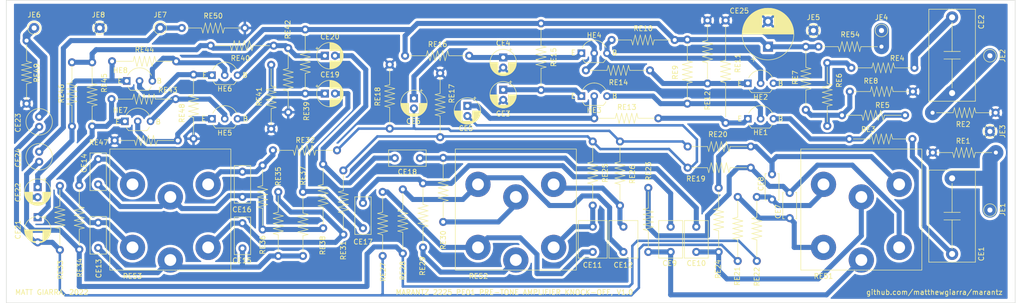
<source format=kicad_pcb>
(kicad_pcb (version 20211014) (generator pcbnew)
  (layers (0 "F.Cu" signal) (31 "B.Cu" signal) (34 "B.Paste" user) (35 "F.Paste" user) (36 "B.SilkS" user "B.Silkscreen") (37 "F.SilkS" user "F.Silkscreen") (38 "B.Mask" user) (39 "F.Mask" user) (44 "Edge.Cuts" user))
  (net 0 "")
  (net 1 "Net-(CE1-Pad1)")
  (net 2 "Net-(CE1-Pad2)")
  (net 3 "Net-(CE2-Pad1)")
  (net 4 "Net-(CE2-Pad2)")
  (net 5 "Net-(CE3-Pad1)")
  (net 6 "Net-(CE4-Pad1)")
  (net 7 "Net-(CE5-Pad1)")
  (net 8 "Net-(CE5-Pad2)")
  (net 9 "Net-(CE6-Pad1)")
  (net 10 "Net-(CE6-Pad2)")
  (net 11 "Net-(CE17-Pad1)")
  (net 12 "Net-(CE10-Pad2)")
  (net 13 "Net-(CE17-Pad2)")
  (net 14 "Net-(CE18-Pad2)")
  (net 15 "Net-(CE19-Pad1)")
  (net 16 "Net-(CE20-Pad1)")
  (net 17 "Net-(CE21-Pad1)")
  (net 18 "Net-(CE21-Pad2)")
  (net 19 "Net-(CE22-Pad1)")
  (net 20 "Net-(CE22-Pad2)")
  (net 21 "Net-(CE23-Pad2)")
  (net 22 "Net-(CE24-Pad2)")
  (net 23 "Net-(HE1-Pad1)")
  (net 24 "Net-(HE1-Pad2)")
  (net 25 "Net-(HE1-Pad3)")
  (net 26 "Net-(HE2-Pad1)")
  (net 27 "Net-(HE2-Pad2)")
  (net 28 "Net-(HE2-Pad3)")
  (net 29 "Net-(HE5-Pad1)")
  (net 30 "Net-(HE5-Pad2)")
  (net 31 "Net-(HE6-Pad1)")
  (net 32 "Net-(HE6-Pad2)")
  (net 33 "Net-(JE4-Pad1)")
  (net 34 "Net-(RE5-Pad1)")
  (net 35 "Ground")
  (net 36 "Net-(RE51-Pad3)")
  (net 37 "Net-(RE51-Pad1)")
  (net 38 "Net-(RE51-Pad4)")
  (net 39 "Net-(RE51-Pad6)")
  (net 40 "Net-(RE51-Pad2)")
  (net 41 "Net-(RE51-Pad5)")
  (net 42 "Net-(RE52-Pad3)")
  (net 43 "Net-(RE52-Pad1)")
  (net 44 "Net-(RE52-Pad4)")
  (net 45 "Net-(RE52-Pad6)")
  (net 46 "Net-(RE53-Pad2)")
  (net 47 "Net-(RE53-Pad1)")
  (net 48 "Net-(RE53-Pad5)")
  (net 49 "Net-(RE53-Pad6)")
  (net 50 "Net-(RE53-Pad3)")
  (net 51 "Net-(RE53-Pad4)")
  (net 52 "Net-(CE25-Pad1)")
  (net 53 "Net-(RE52-Pad2)")
  (net 54 "Net-(RE52-Pad5)")
  (footprint "Resistor_THT:R_US_Axial_DIN0309_L9.0mm_D3.2mm_P12.70mm_Horizontal" (layer "F.Cu") (at 82.6 49 90)
    (fp_text reference "RE29")
    (fp_text value "27k")
  )
  (footprint "Resistor_THT:R_US_Axial_DIN0309_L9.0mm_D3.2mm_P12.70mm_Horizontal" (layer "F.Cu") (at 59.25 18.5 90)
    (fp_text reference "RE39")
    (fp_text value "2.2M")
  )
  (footprint "Resistor_THT:R_US_Axial_DIN0309_L9.0mm_D3.2mm_P12.50mm_Horizontal" (layer "F.Cu") (at 120 7.874)
    (fp_text reference "RE10")
    (fp_text value "27k")
  )
  (footprint "Capacitor_THT:C_Disc_D5.0mm_W2.5mm_P5.00mm" (layer "F.Cu") (at 151.8 39.5 90)
    (fp_text reference "CE8")
    (fp_text value "100pF")
  )
  (footprint "Capacitor_THT:C_Rect_L7.2mm_W4.5mm_P5.00mm_FKS2_FKP2_MKS2_MKP2" (layer "F.Cu") (at 131.699999 49.9 90)
    (fp_text reference "CE9")
    (fp_text value "0.22 µF")
  )
  (footprint "Package_TO_SOT_THT:TO-92_Inline_Wide" (layer "F.Cu") (at 114 19)
    (fp_text reference "HE3")
    (fp_text value "2SA1015")
  )
  (footprint "Capacitor_THT:CP_Radial_D5.0mm_P2.00mm" (layer "F.Cu") (at 63.144888 18.5)
    (fp_text reference "CE19")
    (fp_text value "1µF")
  )
  (footprint "Package_TO_SOT_THT:TO-92_Inline_Wide" (layer "F.Cu") (at 114 10.5)
    (fp_text reference "HE4")
    (fp_text value "2SA1015")
  )
  (footprint "Potentiometer_THT:Potentiometer_Marantz_RM0104005" (layer "F.Cu") (at 93.5 49)
    (fp_text reference "RE52")
    (fp_text value "100k")
  )
  (footprint "Capacitor_THT:C_Rect_L7.2mm_W3.0mm_P5.00mm_FKS2_FKP2_MKS2_MKP2" (layer "F.Cu") (at 18.2 44.1 -90)
    (fp_text reference "CE13")
    (fp_text value "2200pF")
  )
  (footprint "Package_TO_SOT_THT:TO-92_Inline_Wide" (layer "F.Cu") (at 23.86 16)
    (fp_text reference "HE8")
    (fp_text value "2SA1015")
  )
  (footprint "Potentiometer_THT:Potentiometer_Marantz_RM0104005" (layer "F.Cu") (at 25 49)
    (fp_text reference "RE53")
    (fp_text value "100k")
  )
  (footprint "Capacitor_THT:C_Rect_L7.2mm_W3.0mm_P5.00mm_FKS2_FKP2_MKS2_MKP2" (layer "F.Cu") (at 46.8 39 90)
    (fp_text reference "CE16")
    (fp_text value "2200pF")
  )
  (footprint "Resistor_THT:R_US_Axial_DIN0309_L9.0mm_D3.2mm_P13.20mm_Horizontal" (layer "F.Cu") (at 106 17.8 90)
    (fp_text reference "RE15")
    (fp_text value "1k")
  )
  (footprint "Connector_Pin:Pin_D1.0mm_L10.0mm" (layer "F.Cu") (at 18.5 5.5)
    (fp_text reference "JE8")
    (fp_text value "Conn_01x01_Male")
  )
  (footprint "Package_TO_SOT_THT:TO-92_Inline_Wide" (layer "F.Cu") (at 23.5 24)
    (fp_text reference "HE7")
    (fp_text value "2SA1015")
  )
  (footprint "Resistor_THT:R_US_Axial_DIN0309_L9.0mm_D3.2mm_P12.50mm_Horizontal" (layer "F.Cu") (at 179.725 18.1 180)
    (fp_text reference "RE8")
    (fp_text value "10k")
  )
  (footprint "Capacitor_THT:C_Rect_L7.2mm_W3.0mm_P5.00mm_FKS2_FKP2_MKS2_MKP2" (layer "F.Cu") (at 70.7 40.2 -90)
    (fp_text reference "CE17")
    (fp_text value "0.01µF")
  )
  (footprint "Resistor_THT:R_US_Axial_DIN0309_L9.0mm_D3.2mm_P12.70mm_Horizontal" (layer "F.Cu") (at 52.5 25.5 90)
    (fp_text reference "RE41")
    (fp_text value "68k")
  )
  (footprint "Capacitor_THT:C_Radial_D5.0mm_H11.0mm_P2.00mm" (layer "F.Cu") (at 6.5 32.028408 90)
    (fp_text reference "CE24")
    (fp_text value "1µF")
  )
  (footprint "Capacitor_THT:C_Rect_L7.2mm_W3.0mm_P5.00mm_FKS2_FKP2_MKS2_MKP2" (layer "F.Cu") (at 82 31.3 180)
    (fp_text reference "CE18")
    (fp_text value "0.01µF")
  )
  (footprint "Resistor_THT:R_US_Axial_DIN0309_L9.0mm_D3.2mm_P12.70mm_Horizontal" (layer "F.Cu") (at 14.45 49.4 90)
    (fp_text reference "RE34")
    (fp_text value "15k")
  )
  (footprint "Resistor_THT:R_US_Axial_DIN0309_L9.0mm_D3.2mm_P12.50mm_Horizontal" (layer "F.Cu") (at 135.075 33.2)
    (fp_text reference "RE19")
    (fp_text value "5.6k")
  )
  (footprint "Resistor_THT:R_US_Axial_DIN0309_L9.0mm_D3.2mm_P12.70mm_Horizontal" (layer "F.Cu") (at 91.75 11 180)
    (fp_text reference "RE16")
    (fp_text value "1k")
  )
  (footprint "Potentiometer_THT:Potentiometer_Marantz_RM0104005" (layer "F.Cu") (at 162 49)
    (fp_text reference "RE51")
    (fp_text value "100k")
  )
  (footprint "Capacitor_THT:C_Rect_L7.2mm_W4.5mm_P5.00mm_FKS2_FKP2_MKS2_MKP2" (layer "F.Cu") (at 136.783332 49.9 90)
    (fp_text reference "CE10")
    (fp_text value "0.22 µF")
  )
  (footprint "Resistor_THT:R_US_Axial_DIN0309_L9.0mm_D3.2mm_P12.70mm_Horizontal" (layer "F.Cu") (at 74.6 38 -90)
    (fp_text reference "RE27")
    (fp_text value "5.6k")
  )
  (footprint "Resistor_THT:R_US_Axial_DIN0309_L9.0mm_D3.2mm_P12.50mm_Horizontal" (layer "F.Cu") (at 34.775 5.5)
    (fp_text reference "RE50")
    (fp_text value "470k")
  )
  (footprint "Capacitor_THT:C_Rect_L7.2mm_W5.5mm_P5.00mm_FKS2_FKP2_MKS2_MKP2" (layer "F.Cu") (at 122.333333 49.9 90)
    (fp_text reference "CE12")
    (fp_text value "6800pF")
  )
  (footprint "Resistor_THT:R_US_Axial_DIN0309_L9.0mm_D3.2mm_P12.70mm_Horizontal" (layer "F.Cu") (at 78.6 37.5 -90)
    (fp_text reference "RE28")
    (fp_text value "5.6k")
  )
  (footprint "Package_TO_SOT_THT:TO-92_Inline_Wide" (layer "F.Cu") (at 40.75 14.86)
    (fp_text reference "HE6")
    (fp_text value "2SC1941")
  )
  (footprint "Resistor_THT:R_US_Axial_DIN0309_L9.0mm_D3.2mm_P12.50mm_Horizontal" (layer "F.Cu") (at 161 9.2)
    (fp_text reference "RE54")
    (fp_text value "820")
  )
  (footprint "Capacitor_THT:C_Disc_D5.0mm_W2.5mm_P5.00mm" (layer "F.Cu") (at 155.3 43.2 90)
    (fp_text reference "CE7")
    (fp_text value "100pF")
  )
  (footprint "Resistor_THT:R_US_Axial_DIN0309_L9.0mm_D3.2mm_P12.50mm_Horizontal" (layer "F.Cu") (at 158.5 21.725 90)
    (fp_text reference "RE7")
    (fp_text value "100k")
  )
  (footprint "Resistor_THT:R_US_Axial_DIN0309_L9.0mm_D3.2mm_P12.70mm_Horizontal" (layer "F.Cu") (at 127.266666 37.2 -90)
    (fp_text reference "RE23")
    (fp_text value "150k")
  )
  (footprint "Resistor_THT:R_US_Axial_DIN0309_L9.0mm_D3.2mm_P12.70mm_Horizontal" (layer "F.Cu") (at 129.25 23.4 180)
    (fp_text reference "RE13")
    (fp_text value "7.5k")
  )
  (footprint "Resistor_THT:R_US_Axial_DIN0309_L9.0mm_D3.2mm_P12.70mm_Horizontal" (layer "F.Cu") (at 127.6 13.9 180)
    (fp_text reference "RE14")
    (fp_text value "7.5k")
  )
  (footprint "Resistor_THT:R_US_Axial_DIN0309_L9.0mm_D3.2mm_P12.50mm_Horizontal" (layer "F.Cu") (at 179.625 27.5 180)
    (fp_text reference "RE3")
    (fp_text value "390")
  )
  (footprint "Capacitor_THT:C_US_Rect_L18.0mm_W9.0mm_P15.00mm_FKS3_FKP3" (layer "F.Cu") (at 187.5 18.4 90)
    (fp_text reference "CE2")
    (fp_text value "0.22 µF")
  )
  (footprint "Package_TO_SOT_THT:TO-92_Inline_Wide" (layer "F.Cu") (at 147 16.46)
    (fp_text reference "HE2")
    (fp_text value "2SC1941")
  )
  (footprint "Resistor_THT:R_US_Axial_DIN0309_L9.0mm_D3.2mm_P12.50mm_Horizontal" (layer "F.Cu") (at 21.475 27.8)
    (fp_text reference "RE47")
    (fp_text value "220")
  )
  (footprint "Resistor_THT:R_US_Axial_DIN0309_L9.0mm_D3.2mm_P12.70mm_Horizontal" (layer "F.Cu") (at 86 14.45 -90)
    (fp_text reference "RE17")
    (fp_text value "470k")
  )
  (footprint "Capacitor_THT:C_Radial_D5.0mm_H11.0mm_P2.00mm" (layer "F.Cu") (at 6.5 25.1 90)
    (fp_text reference "CE23")
    (fp_text value "1µF")
  )
  (footprint "Connector_Pin:Pin_D1.0mm_L10.0mm" (layer "F.Cu") (at 195 11)
    (fp_text reference "JE2")
    (fp_text value "Conn_01x01_Male")
  )
  (footprint "Resistor_THT:R_US_Axial_DIN0309_L9.0mm_D3.2mm_P12.70mm_Horizontal" (layer "F.Cu") (at 135 20.5 90)
    (fp_text reference "RE9")
    (fp_text value "27k")
  )
  (footprint "Resistor_THT:R_US_Axial_DIN0309_L9.0mm_D3.2mm_P12.70mm_Horizontal" (layer "F.Cu") (at 53.9 38 -90)
    (fp_text reference "RE35")
    (fp_text value "470k")
  )
  (footprint "Capacitor_THT:CP_Radial_D5.0mm_P2.00mm" (layer "F.Cu") (at 98.5 17.744888 -90)
    (fp_text reference "CE3")
    (fp_text value "10µF")
  )
  (footprint "Capacitor_THT:CP_Radial_D10.0mm_P5.00mm" (layer "F.Cu") (at 151 9.2 90)
    (fp_text reference "CE25")
    (fp_text value "220µF")
  )
  (footprint "Resistor_THT:R_US_Axial_DIN0309_L9.0mm_D3.2mm_P12.50mm_Horizontal" (layer "F.Cu") (at 40.5 9)
    (fp_text reference "RE40")
    (fp_text value "2.2M")
  )
  (footprint "Capacitor_THT:C_Rect_L7.2mm_W3.0mm_P5.00mm_FKS2_FKP2_MKS2_MKP2" (layer "F.Cu") (at 46.8 49.2 90)
    (fp_text reference "CE15")
    (fp_text value "2200pF")
  )
  (footprint "Resistor_THT:R_US_Axial_DIN0309_L9.0mm_D3.2mm_P12.70mm_Horizontal" (layer "F.Cu") (at 76 12.75 -90)
    (fp_text reference "RE18")
    (fp_text value "470k")
  )
  (footprint "Connector_Pin:Pin_D1.0mm_L10.0mm" (layer "F.Cu") (at 195 26)
    (fp_text reference "JE3")
    (fp_text value "Conn_01x01_Male")
  )
  (footprint "Resistor_THT:R_US_Axial_DIN0309_L9.0mm_D3.2mm_P12.50mm_Horizontal" (layer "F.Cu") (at 4 20.5 90)
    (fp_text reference "RE49")
    (fp_text value "470k")
  )
  (footprint "Resistor_THT:R_US_Axial_DIN0309_L9.0mm_D3.2mm_P12.70mm_Horizontal" (layer "F.Cu") (at 33.65 12.1 180)
    (fp_text reference "RE44")
    (fp_text value "47k")
  )
  (footprint "Resistor_THT:R_US_Axial_DIN0309_L9.0mm_D3.2mm_P12.50mm_Horizontal" (layer "F.Cu") (at 183.675 30.2)
    (fp_text reference "RE1")
    (fp_text value "470k")
  )
  (footprint "Resistor_THT:R_US_Axial_DIN0309_L9.0mm_D3.2mm_P12.70mm_Horizontal" (layer "F.Cu") (at 144.999998 39 -90)
    (fp_text reference "RE21")
    (fp_text value "12k")
  )
  (footprint "Resistor_THT:R_US_Axial_DIN0309_L9.0mm_D3.2mm_P12.70mm_Horizontal" (layer "F.Cu") (at 33.55 19.6 180)
    (fp_text reference "RE43")
    (fp_text value "47k")
  )
  (footprint "Capacitor_THT:CP_Radial_D5.0mm_P2.00mm" (layer "F.Cu") (at 6.2 37.046591 -90)
    (fp_text reference "CE22")
    (fp_text value "33µF")
  )
  (footprint "Connector_Pin:Pin_D1.0mm_L10.0mm" (layer "F.Cu") (at 195 41.6)
    (fp_text reference "JE1")
    (fp_text value "Conn_01x01_Male")
  )
  (footprint "Connector_Pin:Pin_D1.0mm_L10.0mm" (layer "F.Cu") (at 5.5 5.5)
    (fp_text reference "JE6")
    (fp_text value "Conn_01x01_Male")
  )
  (footprint "Connector_Pin:Pin_D1.0mm_L10.0mm" (layer "F.Cu") (at 173.5 6)
    (fp_text reference "JE4")
    (fp_text value "Conn_01x01_Male")
  )
  (footprint "Resistor_THT:R_US_Axial_DIN0309_L9.0mm_D3.2mm_P12.70mm_Horizontal" (layer "F.Cu") (at 52.85 29.75)
    (fp_text reference "RE32")
    (fp_text value "12k")
  )
  (footprint "Resistor_THT:R_US_Axial_DIN0309_L9.0mm_D3.2mm_P12.70mm_Horizontal" (layer "F.Cu") (at 148.783331 39 -90)
    (fp_text reference "RE22")
    (fp_text value "12k")
  )
  (footprint "Capacitor_THT:CP_Radial_D5.0mm_P2.00mm" (layer "F.Cu") (at 98.5 11.344888 -90)
    (fp_text reference "CE4")
    (fp_text value "10µF")
  )
  (footprint "Resistor_THT:R_US_Axial_DIN0309_L9.0mm_D3.2mm_P12.70mm_Horizontal" (layer "F.Cu") (at 86.6 43.95 90)
    (fp_text reference "RE30")
    (fp_text value "27k")
  )
  (footprint "Resistor_THT:R_US_Axial_DIN0309_L9.0mm_D3.2mm_P12.50mm_Horizontal" (layer "F.Cu") (at 196.125 22.3 180)
    (fp_text reference "RE2")
    (fp_text value "470k")
  )
  (footprint "Resistor_THT:R_US_Axial_DIN0309_L9.0mm_D3.2mm_P12.70mm_Horizontal" (layer "F.Cu") (at 37.1 14.75 -90)
    (fp_text reference "RE48")
    (fp_text value "220")
  )
  (footprint "Resistor_THT:R_US_Axial_DIN0309_L9.0mm_D3.2mm_P12.50mm_Horizontal" (layer "F.Cu") (at 139 4 -90)
    (fp_text reference "RE12")
    (fp_text value "1k")
  )
  (footprint "Connector_Pin:Pin_D1.0mm_L10.0mm" (layer "F.Cu") (at 30.5 5.5)
    (fp_text reference "JE7")
    (fp_text value "Conn_01x01_Male")
  )
  (footprint "Resistor_THT:R_US_Axial_DIN0309_L9.0mm_D3.2mm_P12.70mm_Horizontal" (layer "F.Cu") (at 121.65 28 -90)
    (fp_text reference "RE26")
    (fp_text value "5.6k")
  )
  (footprint "Resistor_THT:R_US_Axial_DIN0309_L9.0mm_D3.2mm_P12.50mm_Horizontal" (layer "F.Cu") (at 162.75 24.925 90)
    (fp_text reference "RE6")
    (fp_text value "1M")
  )
  (footprint "Capacitor_THT:CP_Radial_D5.0mm_P2.00mm" (layer "F.Cu") (at 91.4 20.944888 -90)
    (fp_text reference "CE5")
    (fp_text value "4.7µF")
  )
  (footprint "Resistor_THT:R_US_Axial_DIN0309_L9.0mm_D3.2mm_P20.32mm_Horizontal" (layer "F.Cu") (at 142.6 4 -90)
    (fp_text reference "RE11")
    (fp_text value "1k")
  )
  (footprint "Resistor_THT:R_US_Axial_DIN0309_L9.0mm_D3.2mm_P12.70mm_Horizontal" (layer "F.Cu") (at 141.216665 37.2 -90)
    (fp_text reference "RE24")
    (fp_text value "150k")
  )
  (footprint "Resistor_THT:R_US_Axial_DIN0309_L9.0mm_D3.2mm_P12.50mm_Horizontal" (layer "F.Cu") (at 180.025 13.4 180)
    (fp_text reference "RE4")
    (fp_text value "390")
  )
  (footprint "Resistor_THT:R_US_Axial_DIN0309_L9.0mm_D3.2mm_P12.70mm_Horizontal" (layer "F.Cu") (at 58.8 50.7 90)
    (fp_text reference "RE37")
    (fp_text value "27k")
  )
  (footprint "Resistor_THT:R_US_Axial_DIN0309_L9.0mm_D3.2mm_P12.70mm_Horizontal" (layer "F.Cu") (at 62.8 32.5 -90)
    (fp_text reference "RE38")
    (fp_text value "27k")
  )
  (footprint "Capacitor_THT:CP_Radial_D5.0mm_P5.00mm" (layer "F.Cu") (at 6.2 44.25 -90)
    (fp_text reference "CE21")
    (fp_text value "33µF")
  )
  (footprint "Resistor_THT:R_US_Axial_DIN0309_L9.0mm_D3.2mm_P12.70mm_Horizontal" (layer "F.Cu") (at 66.8 33.75 -90)
    (fp_text reference "RE31")
    (fp_text value "12k")
  )
  (footprint "Resistor_THT:R_US_Axial_DIN0309_L9.0mm_D3.2mm_P12.50mm_Horizontal" (layer "F.Cu") (at 135.075 29)
    (fp_text reference "RE20")
    (fp_text value "5.6k")
  )
  (footprint "Package_TO_SOT_THT:TO-92_Inline_Wide" (layer "F.Cu") (at 40.75 23.5)
    (fp_text reference "HE5")
    (fp_text value "2SC1941")
  )
  (footprint "Resistor_THT:R_US_Axial_DIN0309_L9.0mm_D3.2mm_P12.70mm_Horizontal" (layer "F.Cu") (at 50.8 32.75 -90)
    (fp_text reference "RE36")
    (fp_text value "470k")
  )
  (footprint "Resistor_THT:R_US_Axial_DIN0309_L9.0mm_D3.2mm_P12.50mm_Horizontal" (layer "F.Cu") (at 165.675 22.8)
    (fp_text reference "RE5")
    (fp_text value "1M")
  )
  (footprint "Capacitor_THT:C_US_Rect_L18.0mm_W9.0mm_P15.00mm_FKS3_FKP3" (layer "F.Cu") (at 187.5 35.3 -90)
    (fp_text reference "CE1")
    (fp_text value "0.22 µF")
  )
  (footprint "Capacitor_THT:C_Rect_L7.2mm_W5.5mm_P5.00mm_FKS2_FKP2_MKS2_MKP2" (layer "F.Cu") (at 116.25 49.9 90)
    (fp_text reference "CE11")
    (fp_text value "6800pF")
  )
  (footprint "Resistor_THT:R_US_Axial_DIN0309_L9.0mm_D3.2mm_P12.70mm_Horizontal" (layer "F.Cu") (at 13 12.3 -90)
    (fp_text reference "RE46")
    (fp_text value "10k")
  )
  (footprint "Resistor_THT:R_US_Axial_DIN0309_L9.0mm_D3.2mm_P12.70mm_Horizontal" (layer "F.Cu") (at 10.6 36.8 -90)
    (fp_text reference "RE33")
    (fp_text value "15k")
  )
  (footprint "Capacitor_THT:CP_Radial_D5.0mm_P2.00mm" (layer "F.Cu") (at 63.144888 11)
    (fp_text reference "CE20")
    (fp_text value "1µF")
  )
  (footprint "Resistor_THT:R_US_Axial_DIN0309_L9.0mm_D3.2mm_P12.70mm_Horizontal" (layer "F.Cu") (at 116.25 28 -90)
    (fp_text reference "RE25")
    (fp_text value "5.6k")
  )
  (footprint "Resistor_THT:R_US_Axial_DIN0309_L9.0mm_D3.2mm_P12.70mm_Horizontal" (layer "F.Cu") (at 17 25 90)
    (fp_text reference "RE45")
    (fp_text value "10k")
  )
  (footprint "Resistor_THT:R_US_Axial_DIN0309_L9.0mm_D3.2mm_P12.70mm_Horizontal" (layer "F.Cu") (at 55.875 9.5 -90)
    (fp_text reference "RE42")
    (fp_text value "68k")
  )
  (footprint "Connector_Pin:Pin_D1.0mm_L10.0mm" (layer "F.Cu") (at 160 6)
    (fp_text reference "JE5")
    (fp_text value "Conn_01x01_Male")
  )
  (footprint "Package_TO_SOT_THT:TO-92_Inline_Wide" (layer "F.Cu") (at 147 23.5)
    (fp_text reference "HE1")
    (fp_text value "2SC1941")
  )
  (footprint "Capacitor_THT:CP_Radial_D5.0mm_P2.00mm" (layer "F.Cu") (at 80.8 19.444888 -90)
    (fp_text reference "CE6")
    (fp_text value "4.7µF")
  )
  (footprint "Capacitor_THT:C_Rect_L7.2mm_W3.0mm_P5.00mm_FKS2_FKP2_MKS2_MKP2" (layer "F.Cu") (at 18.2 31.5 -90)
    (fp_text reference "CE14")
    (fp_text value "2200pF")
  )
  (gr_rect (start 0 0) (end 200 60) (layer "Edge.Cuts") (width 0.1) (fill none))
  (gr_text "MATT GIARRA, 2022" (at 9 57.9) (layer "F.SilkS") (effects (font (size 1 1))))
  (gr_text "github.com/matthewgiarra/marantz" (at 170.4 57.9) (layer "F.SilkS") (effects (font (size 1 1)) (justify left)))
  (gr_text "MARANTZ 2225 PE01 PRE-TONE AMPLIFIER KNOCK-OFF, V1.0" (at 77.1 57.9) (layer "F.SilkS") (effects (font (size 1 1)) (justify left)))
  (segment (start 194.1 35.3) (end 195 36.2) (width 3) (layer "B.Cu") (net 1))
  (segment (start 195 36.2) (end 195 31.375) (width 3) (layer "B.Cu") (net 1))
  (segment (start 195 41.6) (end 195 36.2) (width 3) (layer "B.Cu") (net 1))
  (segment (start 195 31.375) (end 196.175 30.2) (width 3) (layer "B.Cu") (net 1))
  (segment (start 187.5 35.3) (end 194.1 35.3) (width 3) (layer "B.Cu") (net 1))
  (segment (start 195.25 41.5) (end 195.1 41.5) (width 1.5) (layer "B.Cu") (net 1))
  (segment (start 195.1 41.5) (end 195 41.6) (width 1.5) (layer "B.Cu") (net 1))
  (segment (start 181.9 33.3) (end 179.625 31.025) (width 1) (layer "B.Cu") (net 2))
  (segment (start 181.9 44.7) (end 181.9 33.3) (width 1) (layer "B.Cu") (net 2))
  (segment (start 179.625 31.025) (end 179.625 27.5) (width 1) (layer "B.Cu") (net 2))
  (segment (start 179.625 27.5) (end 179.725 27.6) (width 1) (layer "B.Cu") (net 2))
  (segment (start 187.5 50.3) (end 181.9 44.7) (width 1) (layer "B.Cu") (net 2))
  (segment (start 187.5 18.4) (end 187.6 18.4) (width 3) (layer "B.Cu") (net 3))
  (segment (start 183.625 22.275) (end 187.5 18.4) (width 3) (layer "B.Cu") (net 3))
  (segment (start 187.6 18.4) (end 195 11) (width 3) (layer "B.Cu") (net 3))
  (segment (start 183.625 22.3) (end 183.625 22.275) (width 3) (layer "B.Cu") (net 3))
  (segment (start 180 13.375) (end 180.025 13.4) (width 1.5) (layer "B.Cu") (net 4))
  (segment (start 180 10.9) (end 180 13.375) (width 1.5) (layer "B.Cu") (net 4))
  (segment (start 187.5 3.4) (end 180 10.9) (width 1.5) (layer "B.Cu") (net 4))
  (segment (start 106 17.8) (end 112.8 17.8) (width 1) (layer "B.Cu") (net 5))
  (segment (start 105.944888 17.744888) (end 106 17.8) (width 1) (layer "B.Cu") (net 5))
  (segment (start 112.8 17.8) (end 114 19) (width 1) (layer "B.Cu") (net 5))
  (segment (start 98.5 17.744888) (end 105.944888 17.744888) (width 1) (layer "B.Cu") (net 5))
  (segment (start 98.5 11.344888) (end 92.094888 11.344888) (width 1) (layer "B.Cu") (net 6))
  (segment (start 113.155112 11.344888) (end 98.5 11.344888) (width 1) (layer "B.Cu") (net 6))
  (segment (start 92.094888 11.344888) (end 91.75 11) (width 1) (layer "B.Cu") (net 6))
  (segment (start 114 10.5) (end 113.155112 11.344888) (width 1) (layer "B.Cu") (net 6))
  (segment (start 93.444888 20.944888) (end 95.9 23.4) (width 1) (layer "B.Cu") (net 7))
  (segment (start 91.4 20.944888) (end 93.444888 20.944888) (width 1) (layer "B.Cu") (net 7))
  (segment (start 95.9 23.4) (end 116.55 23.4) (width 1) (layer "B.Cu") (net 7))
  (segment (start 116.55 23.4) (end 116.55 19.01) (width 1) (layer "B.Cu") (net 7))
  (segment (start 136.9 27.590738) (end 134.109262 24.8) (width 0.5) (layer "B.Cu") (net 8))
  (segment (start 135.075 33.2) (end 135.7 33.2) (width 0.5) (layer "B.Cu") (net 8))
  (segment (start 116.25 28) (end 117.75 29.5) (width 0.5) (layer "B.Cu") (net 8))
  (segment (start 73.55 27) (end 115.25 27) (width 0.5) (layer "B.Cu") (net 8))
  (segment (start 116.25 28) (end 116.3 28) (width 0.5) (layer "B.Cu") (net 8))
  (segment (start 117.75 29.5) (end 131.375 29.5) (width 0.5) (layer "B.Cu") (net 8))
  (segment (start 93.255112 24.8) (end 91.4 22.944888) (width 0.5) (layer "B.Cu") (net 8))
  (segment (start 134.109262 24.8) (end 93.255112 24.8) (width 0.5) (layer "B.Cu") (net 8))
  (segment (start 131.375 29.5) (end 135.075 33.2) (width 0.5) (layer "B.Cu") (net 8))
  (segment (start 115.25 27) (end 116.25 28) (width 0.5) (layer "B.Cu") (net 8))
  (segment (start 66.8 33.75) (end 73.55 27) (width 0.5) (layer "B.Cu") (net 8))
  (segment (start 135.7 33.2) (end 136.9 32) (width 0.5) (layer "B.Cu") (net 8))
  (segment (start 136.9 32) (end 136.9 27.590738) (width 0.5) (layer "B.Cu") (net 8))
  (segment (start 116.54 10.5) (end 116.54 9.24) (width 1) (layer "B.Cu") (net 9))
  (segment (start 80.8 15.1) (end 80.8 19.444888) (width 1) (layer "B.Cu") (net 9))
  (segment (start 115.8 8.5) (end 87.4 8.5) (width 1) (layer "B.Cu") (net 9))
  (segment (start 116.54 10.5) (end 116.54 12.26) (width 1) (layer "B.Cu") (net 9))
  (segment (start 116.54 12.26) (end 114.9 13.9) (width 1) (layer "B.Cu") (net 9))
  (segment (start 116.54 9.24) (end 115.8 8.5) (width 1) (layer "B.Cu") (net 9))
  (segment (start 87.4 8.5) (end 80.8 15.1) (width 1) (layer "B.Cu") (net 9))
  (segment (start 80.8 25.2) (end 81.1 25.5) (width 0.5) (layer "B.Cu") (net 10))
  (segment (start 76 25.45) (end 81.05 25.45) (width 0.5) (layer "B.Cu") (net 10))
  (segment (start 134.075 28) (end 135.075 29) (width 0.5) (layer "B.Cu") (net 10))
  (segment (start 87.7 25.5) (end 88.1 25.9) (width 0.5) (layer "B.Cu") (net 10))
  (segment (start 65.55 29.75) (end 69.85 25.45) (width 0.5) (layer "B.Cu") (net 10))
  (segment (start 88.1 25.9) (end 119.55 25.9) (width 0.5) (layer "B.Cu") (net 10))
  (segment (start 119.55 25.9) (end 121.65 28) (width 0.5) (layer "B.Cu") (net 10))
  (segment (start 80.8 21.444888) (end 80.8 25.2) (width 0.5) (layer "B.Cu") (net 10))
  (segment (start 121.65 28) (end 134.075 28) (width 0.5) (layer "B.Cu") (net 10))
  (segment (start 81.1 25.5) (end 87.7 25.5) (width 0.5) (layer "B.Cu") (net 10))
  (segment (start 69.85 25.45) (end 76 25.45) (width 0.5) (layer "B.Cu") (net 10))
  (segment (start 112.5 35) (end 110.3 32.8) (width 1) (layer "B.Cu") (net 11))
  (segment (start 70.7 40.2) (end 70.7 38.5) (width 1) (layer "B.Cu") (net 11))
  (segment (start 88.2 36.3) (end 82.6 36.3) (width 1) (layer "B.Cu") (net 11))
  (segment (start 81.800001 35.500001) (end 82.6 36.3) (width 1) (layer "B.Cu") (net 11))
  (segment (start 131.699999 44.9) (end 131.7 38.3) (width 1) (layer "B.Cu") (net 11))
  (segment (start 110.3 32.8) (end 91.7 32.8) (width 1) (layer "B.Cu") (net 11))
  (segment (start 131.7 38.3) (end 128.4 35) (width 1) (layer "B.Cu") (net 11))
  (segment (start 128.4 35) (end 112.5 35) (width 1) (layer "B.Cu") (net 11))
  (segment (start 91.7 32.8) (end 88.2 36.3) (width 1) (layer "B.Cu") (net 11))
  (segment (start 73.699999 35.500001) (end 81.800001 35.500001) (width 1) (layer "B.Cu") (net 11))
  (segment (start 70.7 38.5) (end 73.699999 35.500001) (width 1) (layer "B.Cu") (net 11))
  (segment (start 82 31.3) (end 86.55 31.3) (width 1) (layer "B.Cu") (net 12))
  (segment (start 110.8 31.3) (end 86.75 31.3) (width 1) (layer "B.Cu") (net 12))
  (segment (start 112.9 33.4) (end 110.8 31.3) (width 1) (layer "B.Cu") (net 12))
  (segment (start 136.783332 41.183332) (end 129 33.4) (width 1) (layer "B.Cu") (net 12))
  (segment (start 136.783332 44.9) (end 136.783332 41.183332) (width 1) (layer "B.Cu") (net 12))
  (segment (start 129 33.4) (end 112.9 33.4) (width 1) (layer "B.Cu") (net 12))
  (segment (start 58.9 37.9) (end 58.8 38) (width 1) (layer "B.Cu") (net 13))
  (segment (start 58.8 30.2) (end 58.8 38) (width 1) (layer "B.Cu") (net 13))
  (segment (start 65.144888 18.5) (end 67.7 18.5) (width 1) (layer "B.Cu") (net 13))
  (segment (start 67.7 18.5) (end 67.7 21.3) (width 1) (layer "B.Cu") (net 13))
  (segment (start 67.7 21.3) (end 58.8 30.2) (width 1) (layer "B.Cu") (net 13))
  (segment (start 70.7 45.2) (end 63.4 37.9) (width 1) (layer "B.Cu") (net 13))
  (segment (start 63.4 37.9) (end 58.9 37.9) (width 1) (layer "B.Cu") (net 13))
  (segment (start 65.144888 11) (end 68.5 11) (width 1) (layer "B.Cu") (net 14))
  (segment (start 68.1 36.2) (end 73 31.3) (width 1) (layer "B.Cu") (net 14))
  (segment (start 71.25 13.75) (end 71.25 21) (width 1) (layer "B.Cu") (net 14))
  (segment (start 71.25 21) (end 62.8 29.45) (width 1) (layer "B.Cu") (net 14))
  (segment (start 62.8 29.45) (end 62.8 32.5) (width 1) (layer "B.Cu") (net 14))
  (segment (start 62.8 32.5) (end 66.5 36.2) (width 1) (layer "B.Cu") (net 14))
  (segment (start 66.5 36.2) (end 68.1 36.2) (width 1) (layer "B.Cu") (net 14))
  (segment (start 68.5 11) (end 71.25 13.75) (width 1) (layer "B.Cu") (net 14))
  (segment (start 73 31.3) (end 77 31.3) (width 1) (layer "B.Cu") (net 14))
  (segment (start 52.5 18.5) (end 47.5 23.5) (width 1) (layer "B.Cu") (net 15))
  (segment (start 47.5 23.5) (end 45.83 23.5) (width 1) (layer "B.Cu") (net 15))
  (segment (start 52.5 18.5) (end 52.5 12.8) (width 1) (layer "B.Cu") (net 15))
  (segment (start 63.144888 18.5) (end 59.25 18.5) (width 1) (layer "B.Cu") (net 15))
  (segment (start 59.25 18.5) (end 52.5 18.5) (width 1) (layer "B.Cu") (net 15))
  (segment (start 46.14 14.86) (end 45.83 14.86) (width 1) (layer "B.Cu") (net 16))
  (segment (start 57.375 11) (end 55.875 9.5) (width 1) (layer "B.Cu") (net 16))
  (segment (start 63.144888 11) (end 57.375 11) (width 1) (layer "B.Cu") (net 16))
  (segment (start 55.875 9.5) (end 55.375 9) (width 1) (layer "B.Cu") (net 16))
  (segment (start 55.375 9) (end 52 9) (width 1) (layer "B.Cu") (net 16))
  (segment (start 52 9) (end 46.14 14.86) (width 1) (layer "B.Cu") (net 16))
  (segment (start 17 25) (end 17 26.9) (width 1) (layer "B.Cu") (net 17))
  (segment (start 20.85 24) (end 20.85 19.6) (width 1) (layer "B.Cu") (net 17))
  (segment (start 17 25) (end 19.85 25) (width 1) (layer "B.Cu") (net 17))
  (segment (start 17 26.9) (end 8.3 35.6) (width 1) (layer "B.Cu") (net 17))
  (segment (start 8.3 35.6) (end 8.3 40.9) (width 1) (layer "B.Cu") (net 17))
  (segment (start 19.85 25) (end 20.85 24) (width 1) (layer "B.Cu") (net 17))
  (segment (start 8.3 40.9) (end 6.2 43) (width 1) (layer "B.Cu") (net 17))
  (segment (start 23.5 24) (end 20.8 24) (width 1) (layer "B.Cu") (net 17))
  (segment (start 5.702944 48) (end 2 44.297056) (width 1) (layer "B.Cu") (net 18))
  (segment (start 74.6 58.2) (end 74.3 58.5) (width 0.5) (layer "B.Cu") (net 18))
  (segment (start 10.6 49.5) (end 9.1 48) (width 1) (layer "B.Cu") (net 18))
  (segment (start 74.6 50.7) (end 74.6 58.2) (width 0.5) (layer "B.Cu") (net 18))
  (segment (start 126.3 48.5) (end 125.4 49.4) (width 0.5) (layer "B.Cu") (net 18))
  (segment (start 123.9 58.5) (end 74.3 58.5) (width 0.5) (layer "B.Cu") (net 18))
  (segment (start 141.799998 48.5) (end 126.3 48.5) (width 0.5) (layer "B.Cu") (net 18))
  (segment (start 125.4 57) (end 123.9 58.5) (width 0.5) (layer "B.Cu") (net 18))
  (segment (start 144.999998 51.7) (end 141.799998 48.5) (width 0.5) (layer "B.Cu") (net 18))
  (segment (start 125.4 49.4) (end 125.4 57) (width 0.5) (layer "B.Cu") (net 18))
  (segment (start 145.1 51.7) (end 144.999998 51.7) (width 0.5) (layer "B.Cu") (net 18))
  (segment (start 2 29.6) (end 6.5 25.1) (width 1) (layer "B.Cu") (net 18))
  (segment (start 2 44.297056) (end 2 29.6) (width 1) (layer "B.Cu") (net 18))
  (segment (start 9.1 48) (end 6.2 48) (width 1) (layer "B.Cu") (net 18))
  (segment (start 11.7 58.5) (end 74.3 58.5) (width 0.5) (layer "B.Cu") (net 18))
  (segment (start 10.6 49.5) (end 10.6 57.4) (width 0.5) (layer "B.Cu") (net 18))
  (segment (start 10.6 57.4) (end 11.7 58.5) (width 0.5) (layer "B.Cu") (net 18))
  (segment (start 6.2 48) (end 5.702944 48) (width 1) (layer "B.Cu") (net 18))
  (segment (start 20.9 16) (end 20.95 15.95) (width 1) (layer "B.Cu") (net 19))
  (segment (start 20.9 16) (end 13.75 16) (width 1) (layer "B.Cu") (net 19))
  (segment (start 13.75 16) (end 13 16.75) (width 1) (layer "B.Cu") (net 19))
  (segment (start 13 27.8) (end 13 25) (width 1) (layer "B.Cu") (net 19))
  (segment (start 6.2 34.6) (end 13 27.8) (width 1) (layer "B.Cu") (net 19))
  (segment (start 23.86 16) (end 20.9 16) (width 1) (layer "B.Cu") (net 19))
  (segment (start 13 16.75) (end 13 25) (width 1) (layer "B.Cu") (net 19))
  (segment (start 6.2 37.046591) (end 6.2 34.6) (width 1) (layer "B.Cu") (net 19))
  (segment (start 20.95 15.95) (end 20.95 12.1) (width 1) (layer "B.Cu") (net 19))
  (segment (start 125.1 47.7) (end 124.1 48.7) (width 0.5) (layer "B.Cu") (net 20))
  (segment (start 77.3 48.9) (end 72.9 48.9) (width 1) (layer "B.Cu") (net 20))
  (segment (start 71.5 56.7) (end 71.45 56.75) (width 0.5) (layer "B.Cu") (net 20))
  (segment (start 145.2 47.7) (end 125.1 47.7) (width 0.5) (layer "B.Cu") (net 20))
  (segment (start 78.6 56.75) (end 78.6 50.2) (width 0.5) (layer "B.Cu") (net 20))
  (segment (start 6.5 32.028408) (end 4 34.528408) (width 1) (layer "B.Cu") (net 20))
  (segment (start 124.1 56.150001) (end 123.500001 56.75) (width 0.5) (layer "B.Cu") (net 20))
  (segment (start 72.9 48.9) (end 71.5 50.3) (width 1) (layer "B.Cu") (net 20))
  (segment (start 6.2 39.046591) (end 4.053409 39.046591) (width 1) (layer "B.Cu") (net 20))
  (segment (start 71.45 56.75) (end 14.45 56.75) (width 1) (layer "B.Cu") (net 20))
  (segment (start 71.5 50.3) (end 71.5 56.7) (width 1) (layer "B.Cu") (net 20))
  (segment (start 124.1 48.7) (end 124.1 56.150001) (width 0.5) (layer "B.Cu") (net 20))
  (segment (start 78.6 50.2) (end 77.3 48.9) (width 1) (layer "B.Cu") (net 20))
  (segment (start 123.500001 56.75) (end 78.6 56.75) (width 0.5) (layer "B.Cu") (net 20))
  (segment (start 4 34.528408) (end 4 44.2) (width 1) (layer "B.Cu") (net 20))
  (segment (start 5.4 45.6) (end 10.65 45.6) (width 1) (layer "B.Cu") (net 20))
  (segment (start 4 44.2) (end 5.4 45.6) (width 1) (layer "B.Cu") (net 20))
  (segment (start 14.45 56.75) (end 14.45 49.4) (width 1) (layer "B.Cu") (net 20))
  (segment (start 10.65 45.6) (end 14.45 49.4) (width 1) (layer "B.Cu") (net 20))
  (segment (start 149.2 51.7) (end 145.2 47.7) (width 0.5) (layer "B.Cu") (net 20))
  (segment (start 7.4 22.2) (end 7.4 11.4) (width 1.5) (layer "B.Cu") (net 21))
  (segment (start 4 8) (end 4 7) (width 1.5) (layer "B.Cu") (net 21))
  (segment (start 6.5 23.1) (end 7.4 22.2) (width 1.5) (layer "B.Cu") (net 21))
  (segment (start 7.4 11.4) (end 4 8) (width 1.5) (layer "B.Cu") (net 21))
  (segment (start 4 7) (end 5.5 5.5) (width 1.5) (layer "B.Cu") (net 21))
  (segment (start 30.5 5.5) (end 28 8) (width 1) (layer "B.Cu") (net 22))
  (segment (start 12.8 8) (end 11.3 9.5) (width 1) (layer "B.Cu") (net 22))
  (segment (start 11.3 25.228408) (end 6.5 30.028408) (width 1) (layer "B.Cu") (net 22))
  (segment (start 11.3 9.5) (end 11.3 25.228408) (width 1) (layer "B.Cu") (net 22))
  (segment (start 30.5 5.5) (end 34.775 5.5) (width 1) (layer "B.Cu") (net 22))
  (segment (start 28 8) (end 12.8 8) (width 1) (layer "B.Cu") (net 22))
  (segment (start 142.6 24.32) (end 146.18 24.32) (width 1) (layer "B.Cu") (net 23))
  (segment (start 129.25 23.4) (end 141.68 23.4) (width 1) (layer "B.Cu") (net 23))
  (segment (start 141.68 23.4) (end 142.6 24.32) (width 1) (layer "B.Cu") (net 23))
  (segment (start 146.18 24.32) (end 147 23.5) (width 1) (layer "B.Cu") (net 23))
  (segment (start 119.08 19) (end 128.2 19) (width 1) (layer "B.Cu") (net 24))
  (segment (start 128.2 19) (end 129.7 20.5) (width 1) (layer "B.Cu") (net 24))
  (segment (start 149.5 21.4) (end 149.5 23.5) (width 1) (layer "B.Cu") (net 24))
  (segment (start 129.7 20.5) (end 148.6 20.5) (width 1) (layer "B.Cu") (net 24))
  (segment (start 148.6 20.5) (end 149.5 21.4) (width 1) (layer "B.Cu") (net 24))
  (segment (start 167.125 27.5) (end 159.4 27.5) (width 1) (layer "B.Cu") (net 25))
  (segment (start 159.4 27.5) (end 155.4 23.5) (width 1) (layer "B.Cu") (net 25))
  (segment (start 155.4 23.5) (end 152.08 23.5) (width 1) (layer "B.Cu") (net 25))
  (segment (start 169.5 27.5) (end 174.2 22.8) (width 1) (layer "B.Cu") (net 25))
  (segment (start 174.2 22.8) (end 178.175 22.8) (width 1) (layer "B.Cu") (net 25))
  (segment (start 167.125 27.5) (end 169.5 27.5) (width 1) (layer "B.Cu") (net 25))
  (segment (start 130.2 16.5) (end 127.6 13.9) (width 1) (layer "B.Cu") (net 26))
  (segment (start 146.96 16.5) (end 130.2 16.5) (width 1) (layer "B.Cu") (net 26))
  (segment (start 119.08 10.5) (end 119.08 8.794) (width 1) (layer "B.Cu") (net 27))
  (segment (start 119.08 10.5) (end 120.08 11.5) (width 1) (layer "B.Cu") (net 27))
  (segment (start 119.08 8.794) (end 120 7.874) (width 1) (layer "B.Cu") (net 27))
  (segment (start 149.54 13.84) (end 149.54 16.46) (width 1) (layer "B.Cu") (net 27))
  (segment (start 120.08 11.5) (end 147.2 11.5) (width 1) (layer "B.Cu") (net 27))
  (segment (start 147.2 11.5) (end 149.54 13.84) (width 1) (layer "B.Cu") (net 27))
  (segment (start 162.75 16.45) (end 162.7 16.5) (width 1) (layer "B.Cu") (net 28))
  (segment (start 166.55 12.425) (end 167.525 13.4) (width 1) (layer "B.Cu") (net 28))
  (segment (start 162.7 16.5) (end 152.12 16.5) (width 1) (layer "B.Cu") (net 28))
  (segment (start 162.75 12.425) (end 166.55 12.425) (width 1) (layer "B.Cu") (net 28))
  (segment (start 152.12 16.5) (end 152.08 16.46) (width 1) (layer "B.Cu") (net 28))
  (segment (start 162.75 12.425) (end 162.75 16.45) (width 1) (layer "B.Cu") (net 28))
  (segment (start 33.975 27.8) (end 33.975 26.525) (width 1) (layer "B.Cu") (net 29))
  (segment (start 26.04 25.94) (end 28.1 28) (width 1) (layer "B.Cu") (net 29))
  (segment (start 37 23.5) (end 40.75 23.5) (width 1) (layer "B.Cu") (net 29))
  (segment (start 28.1 28) (end 33.775 28) (width 1) (layer "B.Cu") (net 29))
  (segment (start 33.775 28) (end 33.975 27.8) (width 1) (layer "B.Cu") (net 29))
  (segment (start 26.04 24) (end 26.04 25.94) (width 1) (layer "B.Cu") (net 29))
  (segment (start 33.975 26.525) (end 37 23.5) (width 1) (layer "B.Cu") (net 29))
  (segment (start 40.25 19.6) (end 33.55 19.6) (width 1) (layer "B.Cu") (net 30))
  (segment (start 43.29 23.5) (end 43.29 22.64) (width 1) (layer "B.Cu") (net 30))
  (segment (start 43.29 22.64) (end 40.25 19.6) (width 1) (layer "B.Cu") (net 30))
  (segment (start 33.55 19.6) (end 32.98 19.6) (width 1) (layer "B.Cu") (net 30))
  (segment (start 32.98 19.6) (end 28.58 24) (width 1) (layer "B.Cu") (net 30))
  (segment (start 40.75 14.86) (end 40.64 14.75) (width 1) (layer "B.Cu") (net 31))
  (segment (start 27.4 18.3) (end 26.4 17.3) (width 1) (layer "B.Cu") (net 31))
  (segment (start 26.4 17.3) (end 26.4 16) (width 1) (layer "B.Cu") (net 31))
  (segment (start 40.64 14.75) (end 34.05 14.75) (width 1) (layer "B.Cu") (net 31))
  (segment (start 34.05 14.75) (end 30.5 18.3) (width 1) (layer "B.Cu") (net 31))
  (segment (start 30.5 18.3) (end 27.4 18.3) (width 1) (layer "B.Cu") (net 31))
  (segment (start 42.1 12.4) (end 43.29 13.59) (width 1) (layer "B.Cu") (net 32))
  (segment (start 31.1 11.5) (end 33.05 11.5) (width 1) (layer "B.Cu") (net 32))
  (segment (start 28.94 13.66) (end 31.1 11.5) (width 1) (layer "B.Cu") (net 32))
  (segment (start 28.95 16) (end 28.94 16) (width 1) (layer "B.Cu") (net 32))
  (segment (start 43.29 13.59) (end 43.29 14.86) (width 1) (layer "B.Cu") (net 32))
  (segment (start 33.05 11.5) (end 33.95 12.4) (width 1) (layer "B.Cu") (net 32))
  (segment (start 28.94 16) (end 28.94 13.66) (width 1) (layer "B.Cu") (net 32))
  (segment (start 33.95 12.4) (end 42.1 12.4) (width 1) (layer "B.Cu") (net 32))
  (segment (start 173.5 6) (end 173.5 9.2) (width 3) (layer "B.Cu") (net 33))
  (segment (start 162.75 24.925) (end 162.75 22.85) (width 1) (layer "B.Cu") (net 34))
  (segment (start 159.575 22.8) (end 158.5 21.725) (width 1) (layer "B.Cu") (net 34))
  (segment (start 167.225 18.1) (end 167.225 21.25) (width 1) (layer "B.Cu") (net 34))
  (segment (start 167.225 21.25) (end 165.675 22.8) (width 1) (layer "B.Cu") (net 34))
  (segment (start 162.8 22.8) (end 159.575 22.8) (width 1) (layer "B.Cu") (net 34))
  (segment (start 165.675 22.8) (end 162.8 22.8) (width 1) (layer "B.Cu") (net 34))
  (segment (start 162.8 22.8) (end 162.75 22.85) (width 1) (layer "B.Cu") (net 34))
  (segment (start 167.725484 32.7) (end 177 41.974516) (width 1) (layer "B.Cu") (net 36))
  (segment (start 129 46.7) (end 127.266666 44.966666) (width 1) (layer "B.Cu") (net 36))
  (segment (start 139 46.7) (end 129 46.7) (width 1) (layer "B.Cu") (net 36))
  (segment (start 139 42.7) (end 139 46.7) (width 1) (layer "B.Cu") (net 36))
  (segment (start 154 36.9) (end 155.3 38.2) (width 1) (layer "B.Cu") (net 36))
  (segment (start 127.266666 44.966666) (end 127.266666 37.2) (width 1) (layer "B.Cu") (net 36))
  (segment (start 177 41.974516) (end 177 49) (width 1) (layer "B.Cu") (net 36))
  (segment (start 151.275 36.9) (end 154 36.9) (width 1) (layer "B.Cu") (net 36))
  (segment (start 143.3 34.9) (end 143.3 38.4) (width 1) (layer "B.Cu") (net 36))
  (segment (start 145 33.2) (end 143.3 34.9) (width 1) (layer "B.Cu") (net 36))
  (segment (start 155.3 38.2) (end 160.8 32.7) (width 1) (layer "B.Cu") (net 36))
  (segment (start 147.575 33.2) (end 151.275 36.9) (width 1) (layer "B.Cu") (net 36))
  (segment (start 147.575 33.2) (end 145 33.2) (width 1) (layer "B.Cu") (net 36))
  (segment (start 143.3 38.4) (end 139 42.7) (width 1) (layer "B.Cu") (net 36))
  (segment (start 160.8 32.7) (end 167.725484 32.7) (width 1) (layer "B.Cu") (net 36))
  (segment (start 162 49) (end 156.2 49) (width 1) (layer "B.Cu") (net 37))
  (segment (start 156.2 49) (end 156.2 44.1) (width 1) (layer "B.Cu") (net 37))
  (segment (start 149.3 43.2) (end 155.3 43.2) (width 1) (layer "B.Cu") (net 37))
  (segment (start 156.2 44.1) (end 155.3 43.2) (width 1) (layer "B.Cu") (net 37))
  (segment (start 145.1 39) (end 149.3 43.2) (width 1) (layer "B.Cu") (net 37))
  (segment (start 171.5 31) (end 177 36.5) (width 1) (layer "B.Cu") (net 38))
  (segment (start 151.8 32.2) (end 151.8 34.5) (width 1) (layer "B.Cu") (net 38))
  (segment (start 152.7 31) (end 171.5 31) (width 1) (layer "B.Cu") (net 38))
  (segment (start 141.216665 30.983335) (end 141.216665 37.2) (width 1) (layer "B.Cu") (net 38))
  (segment (start 148.6 29) (end 151.8 32.2) (width 1) (layer "B.Cu") (net 38))
  (segment (start 147.575 29) (end 148.6 29) (width 1) (layer "B.Cu") (net 38))
  (segment (start 147.575 29) (end 143.2 29) (width 1) (layer "B.Cu") (net 38))
  (segment (start 143.2 29) (end 141.216665 30.983335) (width 1) (layer "B.Cu") (net 38))
  (segment (start 151.8 34.5) (end 151.8 31.9) (width 1) (layer "B.Cu") (net 38))
  (segment (start 151.8 31.9) (end 152.7 31) (width 1) (layer "B.Cu") (net 38))
  (segment (start 159.3 40.7) (end 162 38) (width 1) (layer "B.Cu") (net 39))
  (segment (start 151.3 39) (end 151.8 39.5) (width 1) (layer "B.Cu") (net 39))
  (segment (start 148.783331 39) (end 151.3 39) (width 1) (layer "B.Cu") (net 39))
  (segment (start 153 40.7) (end 159.3 40.7) (width 1) (layer "B.Cu") (net 39))
  (segment (start 162 38) (end 162 36.5) (width 1) (layer "B.Cu") (net 39))
  (segment (start 151.8 39.5) (end 153 40.7) (width 1) (layer "B.Cu") (net 39))
  (segment (start 162.6 58.4) (end 169.5 51.5) (width 1) (layer "B.Cu") (net 40))
  (segment (start 131.699999 49.9) (end 131.699999 58.4) (width 1) (layer "B.Cu") (net 40))
  (segment (start 131.699999 58.4) (end 162.6 58.4) (width 1) (layer "B.Cu") (net 40))
  (segment (start 127.266666 49.9) (end 131.699999 49.9) (width 1) (layer "B.Cu") (net 40))
  (segment (start 136.783332 49.9) (end 141.216665 49.9) (width 1) (layer "B.Cu") (net 41))
  (segment (start 142.85 55.25) (end 141.216665 53.616665) (width 1) (layer "B.Cu") (net 41))
  (segment (start 169.5 46.7) (end 160.95 55.25) (width 1) (layer "B.Cu") (net 41))
  (segment (start 169.5 39) (end 169.5 46.7) (width 1) (layer "B.Cu") (net 41))
  (segment (start 160.95 55.25) (end 142.85 55.25) (width 1) (layer "B.Cu") (net 41))
  (segment (start 141.216665 53.616665) (end 141.216665 49.9) (width 1) (layer "B.Cu") (net 41))
  (segment (start 116.25 44.9) (end 116.25 40.7) (width 1) (layer "B.Cu") (net 42))
  (segment (start 116.25 44.9) (end 112.6 44.9) (width 1) (layer "B.Cu") (net 42))
  (segment (start 112.6 44.9) (end 108.5 49) (width 1) (layer "B.Cu") (net 42))
  (segment (start 101.9 47.1) (end 105.2 50.4) (width 1) (layer "B.Cu") (net 43))
  (segment (start 105.2 50.4) (end 105.2 54.2) (width 1) (layer "B.Cu") (net 43))
  (segment (start 93.5 49) (end 86.5 49) (width 1) (layer "B.Cu") (net 43))
  (segment (start 105.3 54.2) (end 110.05 54.2) (width 1) (layer "B.Cu") (net 43))
  (segment (start 114.35 49.9) (end 116.25 49.9) (width 1) (layer "B.Cu") (net 43))
  (segment (start 93.5 49) (end 95.4 47.1) (width 1) (layer "B.Cu") (net 43))
  (segment (start 86.5 49) (end 75.5 38) (width 1) (layer "B.Cu") (net 43))
  (segment (start 75.5 38) (end 74.6 38) (width 1) (layer "B.Cu") (net 43))
  (segment (start 95.4 47.1) (end 101.9 47.1) (width 1) (layer "B.Cu") (net 43))
  (segment (start 110.05 54.2) (end 114.35 49.9) (width 1) (layer "B.Cu") (net 43))
  (segment (start 122.333333 44.9) (end 121.65 44.216667) (width 1) (layer "B.Cu") (net 44))
  (segment (start 121.65 40.7) (end 118.2 37.25) (width 1) (layer "B.Cu") (net 44))
  (segment (start 109.25 37.25) (end 108.5 36.5) (width 1) (layer "B.Cu") (net 44))
  (segment (start 121.65 44.216667) (end 121.65 40.7) (width 1) (layer "B.Cu") (net 44))
  (segment (start 118.2 37.25) (end 109.25 37.25) (width 1) (layer "B.Cu") (net 44))
  (segment (start 114.2 38.8) (end 112.3 40.7) (width 1) (layer "B.Cu") (net 45))
  (segment (start 119.6 41.1) (end 117.3 38.8) (width 1) (layer "B.Cu") (net 45))
  (segment (start 80.6 39.5) (end 78.6 37.5) (width 1) (layer "B.Cu") (net 45))
  (segment (start 112.3 40.7) (end 107.7 40.7) (width 1) (layer "B.Cu") (net 45))
  (segment (start 94.8 35.2) (end 93.5 36.5) (width 1) (layer "B.Cu") (net 45))
  (segment (start 107.7 40.7) (end 102.2 35.2) (width 1) (layer "B.Cu") (net 45))
  (segment (start 90.5 39.5) (end 80.6 39.5) (width 1) (layer "B.Cu") (net 45))
  (segment (start 119.6 47.166667) (end 119.6 41.1) (width 1) (layer "B.Cu") (net 45))
  (segment (start 122.333333 49.9) (end 119.6 47.166667) (width 1) (layer "B.Cu") (net 45))
  (segment (start 102.2 35.2) (end 94.8 35.2) (width 1) (layer "B.Cu") (net 45))
  (segment (start 117.3 38.8) (end 114.2 38.8) (width 1) (layer "B.Cu") (net 45))
  (segment (start 93.5 36.5) (end 90.5 39.5) (width 1) (layer "B.Cu") (net 45))
  (segment (start 23.099999 53.999999) (end 30.000001 53.999999) (width 1) (layer "B.Cu") (net 46))
  (segment (start 50.1 52.9) (end 47.3 52.9) (width 1) (layer "B.Cu") (net 46))
  (segment (start 18.2 49.1) (end 23.099999 53.999999) (width 1) (layer "B.Cu") (net 46))
  (segment (start 46.8 49.2) (end 46.8 52.9) (width 1) (layer "B.Cu") (net 46))
  (segment (start 58.8 50.7) (end 52.3 50.7) (width 1) (layer "B.Cu") (net 46))
  (segment (start 52.3 50.7) (end 50.1 52.9) (width 1) (layer "B.Cu") (net 46))
  (segment (start 30.000001 53.999999) (end 32.5 51.5) (width 1) (layer "B.Cu") (net 46))
  (segment (start 47.3 52.9) (end 33.9 52.9) (width 1) (layer "B.Cu") (net 46))
  (segment (start 33.9 52.9) (end 32.5 51.5) (width 1) (layer "B.Cu") (net 46))
  (segment (start 16.6 44.1) (end 18.2 44.1) (width 1) (layer "B.Cu") (net 47))
  (segment (start 10.6 38.1) (end 16.6 44.1) (width 1) (layer "B.Cu") (net 47))
  (segment (start 20.1 44.1) (end 25 49) (width 1) (layer "B.Cu") (net 47))
  (segment (start 18.2 44.1) (end 20.1 44.1) (width 1) (layer "B.Cu") (net 47))
  (segment (start 10.6 36.8) (end 10.6 38.1) (width 1) (layer "B.Cu") (net 47))
  (segment (start 30.6 40.9) (end 32.5 39) (width 1) (layer "B.Cu") (net 48))
  (segment (start 62.55 45.45) (end 62.8 45.2) (width 1) (layer "B.Cu") (net 48))
  (segment (start 32.5 39) (end 34.8 41.3) (width 1) (layer "B.Cu") (net 48))
  (segment (start 41.6 41.3) (end 44.15 38.75) (width 1) (layer "B.Cu") (net 48))
  (segment (start 50.5 45.15) (end 50.8 45.45) (width 1) (layer "B.Cu") (net 48))
  (segment (start 22.6 40.9) (end 30.6 40.9) (width 1) (layer "B.Cu") (net 48))
  (segment (start 44.15 38.75) (end 50.5 38.75) (width 1) (layer "B.Cu") (net 48))
  (segment (start 18.2 36.5) (end 22.6 40.9) (width 1) (layer "B.Cu") (net 48))
  (segment (start 50.5 38.75) (end 50.5 45.15) (width 1) (layer "B.Cu") (net 48))
  (segment (start 50.8 45.45) (end 62.55 45.45) (width 1) (layer "B.Cu") (net 48))
  (segment (start 34.8 41.3) (end 41.6 41.3) (width 1) (layer "B.Cu") (net 48))
  (segment (start 25 36.5) (end 20 31.5) (width 1) (layer "B.Cu") (net 49))
  (segment (start 14.45 36.7) (end 14.45 35.25) (width 1) (layer "B.Cu") (net 49))
  (segment (start 20 31.5) (end 18.2 31.5) (width 1) (layer "B.Cu") (net 49))
  (segment (start 14.45 35.25) (end 18.2 31.5) (width 1) (layer "B.Cu") (net 49))
  (segment (start 66.8 46.45) (end 66.8 46.3) (width 1) (layer "B.Cu") (net 50))
  (segment (start 53.9 39.5) (end 53.9 38) (width 1) (layer "B.Cu") (net 50))
  (segment (start 46.8 44.2) (end 44.8 44.2) (width 1) (layer "B.Cu") (net 50))
  (segment (start 65.25 48) (end 66.8 46.45) (width 1) (layer "B.Cu") (net 50))
  (segment (start 50.6 48) (end 65.25 48) (width 1) (layer "B.Cu") (net 50))
  (segment (start 46.8 44.2) (end 50.6 48) (width 1) (layer "B.Cu") (net 50))
  (segment (start 56.4 42) (end 53.9 39.5) (width 1) (layer "B.Cu") (net 50))
  (segment (start 62.5 42) (end 56.4 42) (width 1) (layer "B.Cu") (net 50))
  (segment (start 44.8 44.2) (end 40 49) (width 1) (layer "B.Cu") (net 50))
  (segment (start 66.8 46.3) (end 62.5 42) (width 1) (layer "B.Cu") (net 50))
  (segment (start 42.5 34) (end 40 36.5) (width 1) (layer "B.Cu") (net 51))
  (segment (start 46.8 34) (end 42.5 34) (width 1) (layer "B.Cu") (net 51))
  (segment (start 49.55 34) (end 50.8 32.75) (width 1) (layer "B.Cu") (net 51))
  (segment (start 52.85 30.7) (end 50.8 32.75) (width 1) (layer "B.Cu") (net 51))
  (segment (start 46.8 34) (end 49.55 34) (width 1) (layer "B.Cu") (net 51))
  (segment (start 52.85 29.75) (end 52.85 30.7) (width 1) (layer "B.Cu") (net 51))
  (segment (start 158.5 9.225) (end 151.025 9.225) (width 1) (layer "B.Cu") (net 52))
  (segment (start 37.7 9.8) (end 17.8 9.8) (width 1) (layer "B.Cu") (net 52))
  (segment (start 47.25 9.5) (end 50.95 5.8) (width 1) (layer "B.Cu") (net 52))
  (segment (start 151.025 9.225) (end 151 9.2) (width 0.5) (layer "B.Cu") (net 52))
  (segment (start 40.5 9) (end 41 9.5) (width 1) (layer "B.Cu") (net 52))
  (segment (start 17 10.6) (end 17 12.3) (width 1) (layer "B.Cu") (net 52))
  (segment (start 149.6 7.8) (end 151 9.2) (width 1) (layer "B.Cu") (net 52))
  (segment (start 160.975 9.225) (end 161 9.2) (width 1) (layer "B.Cu") (net 52))
  (segment (start 80.3 5.8) (end 79.05 7.05) (width 1) (layer "B.Cu") (net 52))
  (segment (start 17 12.3) (end 13 12.3) (width 1) (layer "B.Cu") (net 52))
  (segment (start 50.95 5.8) (end 59.25 5.8) (width 1) (layer "B.Cu") (net 52))
  (segment (start 129.226 4.6) (end 81.5 4.6) (width 1) (layer "B.Cu") (net 52))
  (segment (start 41 9.5) (end 47.25 9.5) (width 1) (layer "B.Cu") (net 52))
  (segment (start 38.5 9) (end 37.7 9.8) (width 1) (layer "B.Cu") (net 52))
  (segment (start 17.8 9.8) (end 17 10.6) (width 1) (layer "B.Cu") (net 52))
  (segment (start 79.05 7.05) (end 79.05 11) (width 1) (layer "B.Cu") (net 52))
  (segment (start 59.25 5.8) (end 80.3 5.8) (width 1) (layer "B.Cu") (net 52))
  (segment (start 132.5 7.874) (end 129.226 4.6) (width 1) (layer "B.Cu") (net 52))
  (segment (start 132.574 7.8) (end 149.6 7.8) (width 1) (layer "B.Cu") (net 52))
  (segment (start 158.475 9.2) (end 158.5 9.225) (width 1) (layer "B.Cu") (net 52))
  (segment (start 158.5 9.225) (end 160.975 9.225) (width 1) (layer "B.Cu") (net 52))
  (segment (start 81.5 4.6) (end 80.3 5.8) (width 1) (layer "B.Cu") (net 52))
  (segment (start 40.5 9) (end 38.5 9) (width 1) (layer "B.Cu") (net 52))
  (segment (start 86.1 53.9) (end 98.6 53.9) (width 1) (layer "B.Cu") (net 53))
  (segment (start 82.6 50.4) (end 86.1 53.9) (width 1) (layer "B.Cu") (net 53))
  (segment (start 82.6 49) (end 82.6 50.4) (width 1) (layer "B.Cu") (net 53))
  (segment (start 98.6 53.9) (end 101 51.5) (width 1) (layer "B.Cu") (net 53))
  (segment (start 101 40.5) (end 97.55 43.95) (width 1) (layer "B.Cu") (net 54))
  (segment (start 101 39) (end 101 40.5) (width 1) (layer "B.Cu") (net 54))
  (segment (start 97.55 43.95) (end 86.6 43.95) (width 1) (layer "B.Cu") (net 54))
  (zone (net 35) (net_name "Ground") (layer "B.Cu") (connect_pads (clearance 0.508)) (min_thickness 0.254) (fill yes (thermal_gap 0.508) (thermal_bridge_width 0.508))
    (polygon (pts (xy 198.5 0.7) (xy 198.499853 59.199943) (xy 1.500306 59.199903) (xy 1.5 0.7)))
  )
)
</source>
